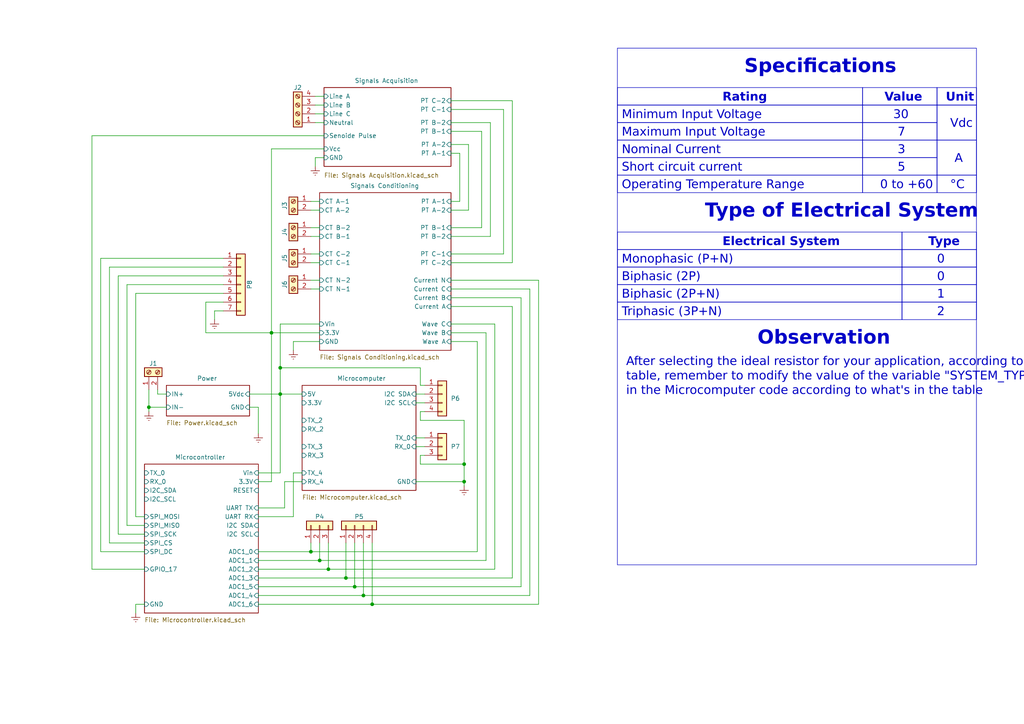
<source format=kicad_sch>
(kicad_sch (version 20230121) (generator eeschema)
  (paper "A4")
  (title_block (title "Power Vision V5.0 Schematic") (date "31/08/2024") (rev "1.0") (company "Lucas Rayan Guerra da Silva") (comment 1 "linkedin.com/in/lucasrguerra") (comment 2 "github.com/lucasrguerra/power_vision"))
  (lib_symbols
    (symbol "Connector:Screw_Terminal_01x02" (pin_names (offset 1.016) hide)
      (property "Reference" "J" (at 0 2.54 0))
      (property "Value" "Screw_Terminal_01x02" (at 0 -5.08 0))
      (symbol "Screw_Terminal_01x02_1_1"
        (rectangle (start -1.27 1.27) (end 1.27 -3.81) (stroke (width 0.254)) (fill (type background)))
        (circle (center 0 -2.54) (radius 0.635) (stroke (width 0.1524)))
        (polyline (pts (xy -0.5334 -2.2098) (xy 0.3302 -3.048)) (stroke (width 0.1524)))
        (polyline (pts (xy -0.5334 0.3302) (xy 0.3302 -0.508)) (stroke (width 0.1524)))
        (polyline (pts (xy -0.3556 -2.032) (xy 0.508 -2.8702)) (stroke (width 0.1524)))
        (polyline (pts (xy -0.3556 0.508) (xy 0.508 -0.3302)) (stroke (width 0.1524)))
        (circle (center 0 0) (radius 0.635) (stroke (width 0.1524)))
        (pin passive line (at -5.08 0 0) (length 3.81) (name "Pin_1") (number "1"))
        (pin passive line (at -5.08 -2.54 0) (length 3.81) (name "Pin_2") (number "2"))
      )
    )
    (symbol "Connector:Screw_Terminal_01x04" (pin_names (offset 1.016) hide)
      (property "Reference" "J" (at 0 5.08 0))
      (property "Value" "Screw_Terminal_01x04" (at 0 -7.62 0))
      (symbol "Screw_Terminal_01x04_1_1"
        (rectangle (start -1.27 3.81) (end 1.27 -6.35) (stroke (width 0.254)) (fill (type background)))
        (circle (center 0 -5.08) (radius 0.635) (stroke (width 0.1524)))
        (circle (center 0 -2.54) (radius 0.635) (stroke (width 0.1524)))
        (polyline (pts (xy -0.5334 -4.7498) (xy 0.3302 -5.588)) (stroke (width 0.1524)))
        (polyline (pts (xy -0.5334 -2.2098) (xy 0.3302 -3.048)) (stroke (width 0.1524)))
        (polyline (pts (xy -0.5334 0.3302) (xy 0.3302 -0.508)) (stroke (width 0.1524)))
        (polyline (pts (xy -0.5334 2.8702) (xy 0.3302 2.032)) (stroke (width 0.1524)))
        (polyline (pts (xy -0.3556 -4.572) (xy 0.508 -5.4102)) (stroke (width 0.1524)))
        (polyline (pts (xy -0.3556 -2.032) (xy 0.508 -2.8702)) (stroke (width 0.1524)))
        (polyline (pts (xy -0.3556 0.508) (xy 0.508 -0.3302)) (stroke (width 0.1524)))
        (polyline (pts (xy -0.3556 3.048) (xy 0.508 2.2098)) (stroke (width 0.1524)))
        (circle (center 0 0) (radius 0.635) (stroke (width 0.1524)))
        (circle (center 0 2.54) (radius 0.635) (stroke (width 0.1524)))
        (pin passive line (at -5.08 2.54 0) (length 3.81) (name "Pin_1") (number "1"))
        (pin passive line (at -5.08 0 0) (length 3.81) (name "Pin_2") (number "2"))
        (pin passive line (at -5.08 -2.54 0) (length 3.81) (name "Pin_3") (number "3"))
        (pin passive line (at -5.08 -5.08 0) (length 3.81) (name "Pin_4") (number "4"))
      )
    )
    (symbol "Connector_Generic:Conn_01x03" (pin_names (offset 1.016) hide)
      (property "Reference" "J" (at 0 5.08 0))
      (property "Value" "Conn_01x03" (at 0 -5.08 0))
      (symbol "Conn_01x03_1_1"
        (rectangle (start -1.27 -2.413) (end 0 -2.667) (stroke (width 0.1524)))
        (rectangle (start -1.27 0.127) (end 0 -0.127) (stroke (width 0.1524)))
        (rectangle (start -1.27 2.667) (end 0 2.413) (stroke (width 0.1524)))
        (rectangle (start -1.27 3.81) (end 1.27 -3.81) (stroke (width 0.254)) (fill (type background)))
        (pin passive line (at -5.08 2.54 0) (length 3.81) (name "Pin_1") (number "1"))
        (pin passive line (at -5.08 0 0) (length 3.81) (name "Pin_2") (number "2"))
        (pin passive line (at -5.08 -2.54 0) (length 3.81) (name "Pin_3") (number "3"))
      )
    )
    (symbol "Connector_Generic:Conn_01x04" (pin_names (offset 1.016) hide)
      (property "Reference" "J" (at 0 5.08 0))
      (property "Value" "Conn_01x04" (at 0 -7.62 0))
      (symbol "Conn_01x04_1_1"
        (rectangle (start -1.27 -4.953) (end 0 -5.207) (stroke (width 0.1524)))
        (rectangle (start -1.27 -2.413) (end 0 -2.667) (stroke (width 0.1524)))
        (rectangle (start -1.27 0.127) (end 0 -0.127) (stroke (width 0.1524)))
        (rectangle (start -1.27 2.667) (end 0 2.413) (stroke (width 0.1524)))
        (rectangle (start -1.27 3.81) (end 1.27 -6.35) (stroke (width 0.254)) (fill (type background)))
        (pin passive line (at -5.08 2.54 0) (length 3.81) (name "Pin_1") (number "1"))
        (pin passive line (at -5.08 0 0) (length 3.81) (name "Pin_2") (number "2"))
        (pin passive line (at -5.08 -2.54 0) (length 3.81) (name "Pin_3") (number "3"))
        (pin passive line (at -5.08 -5.08 0) (length 3.81) (name "Pin_4") (number "4"))
      )
    )
    (symbol "Connector_Generic:Conn_01x07" (pin_names (offset 1.016) hide)
      (property "Reference" "J" (at 0 10.16 0))
      (property "Value" "Conn_01x07" (at 0 -10.16 0))
      (symbol "Conn_01x07_1_1"
        (rectangle (start -1.27 -7.493) (end 0 -7.747) (stroke (width 0.1524)))
        (rectangle (start -1.27 -4.953) (end 0 -5.207) (stroke (width 0.1524)))
        (rectangle (start -1.27 -2.413) (end 0 -2.667) (stroke (width 0.1524)))
        (rectangle (start -1.27 0.127) (end 0 -0.127) (stroke (width 0.1524)))
        (rectangle (start -1.27 2.667) (end 0 2.413) (stroke (width 0.1524)))
        (rectangle (start -1.27 5.207) (end 0 4.953) (stroke (width 0.1524)))
        (rectangle (start -1.27 7.747) (end 0 7.493) (stroke (width 0.1524)))
        (rectangle (start -1.27 8.89) (end 1.27 -8.89) (stroke (width 0.254)) (fill (type background)))
        (pin passive line (at -5.08 7.62 0) (length 3.81) (name "Pin_1") (number "1"))
        (pin passive line (at -5.08 5.08 0) (length 3.81) (name "Pin_2") (number "2"))
        (pin passive line (at -5.08 2.54 0) (length 3.81) (name "Pin_3") (number "3"))
        (pin passive line (at -5.08 0 0) (length 3.81) (name "Pin_4") (number "4"))
        (pin passive line (at -5.08 -2.54 0) (length 3.81) (name "Pin_5") (number "5"))
        (pin passive line (at -5.08 -5.08 0) (length 3.81) (name "Pin_6") (number "6"))
        (pin passive line (at -5.08 -7.62 0) (length 3.81) (name "Pin_7") (number "7"))
      )
    )
    (symbol "power:Earth" (power) (pin_names (offset 0))
      (symbol "Earth_0_1"
        (polyline (pts (xy -0.635 -1.905) (xy 0.635 -1.905)))
        (polyline (pts (xy -0.127 -2.54) (xy 0.127 -2.54)))
        (polyline (pts (xy 0 -1.27) (xy 0 0)))
        (polyline (pts (xy 1.27 -1.27) (xy -1.27 -1.27)))
      )
      (symbol "Earth_1_1"
        (pin power_in line (at 0 0 270) (length 0) hide (name "Earth") (number "1"))
      )
    )
  )
  (junction (at 95.25 165.1))
  (junction (at 81.28 114.3))
  (junction (at 102.87 170.18))
  (junction (at 107.95 175.26))
  (junction (at 90.17 160.02))
  (junction (at 134.62 139.7))
  (junction (at 100.33 167.64))
  (junction (at 105.41 172.72))
  (junction (at 92.71 162.56))
  (junction (at 81.28 106.68))
  (junction (at 78.74 96.52))
  (junction (at 43.18 118.11))
  (junction (at 134.62 134.62))
  (wire (pts (xy 100.33 157.48) (xy 100.33 167.64)))
  (wire (pts (xy 146.05 31.75) (xy 146.05 73.66)))
  (wire (pts (xy 151.13 86.36) (xy 130.81 86.36)))
  (wire (pts (xy 43.18 118.11) (xy 48.26 118.11)))
  (wire (pts (xy 130.81 96.52) (xy 140.97 96.52)))
  (wire (pts (xy 134.62 139.7) (xy 134.62 134.62)))
  (wire (pts (xy 90.17 58.42) (xy 92.71 58.42)))
  (wire (pts (xy 72.39 114.3) (xy 81.28 114.3)))
  (wire (pts (xy 148.59 76.2) (xy 130.81 76.2)))
  (wire (pts (xy 130.81 68.58) (xy 142.24 68.58)))
  (wire (pts (xy 153.67 83.82) (xy 130.81 83.82)))
  (wire (pts (xy 74.93 165.1) (xy 95.25 165.1)))
  (wire (pts (xy 100.33 167.64) (xy 74.93 167.64)))
  (wire (pts (xy 135.89 41.91) (xy 135.89 60.96)))
  (wire (pts (xy 142.24 35.56) (xy 130.81 35.56)))
  (wire (pts (xy 130.81 29.21) (xy 148.59 29.21)))
  (wire (pts (xy 81.28 114.3) (xy 87.63 114.3)))
  (wire (pts (xy 78.74 43.18) (xy 78.74 96.52)))
  (wire (pts (xy 91.44 33.02) (xy 93.98 33.02)))
  (wire (pts (xy 74.93 137.16) (xy 81.28 137.16)))
  (wire (pts (xy 85.09 137.16) (xy 85.09 149.86)))
  (wire (pts (xy 92.71 162.56) (xy 74.93 162.56)))
  (wire (pts (xy 138.43 99.06) (xy 138.43 160.02)))
  (wire (pts (xy 134.62 134.62) (xy 134.62 121.92)))
  (wire (pts (xy 90.17 66.04) (xy 92.71 66.04)))
  (wire (pts (xy 29.21 160.02) (xy 41.91 160.02)))
  (wire (pts (xy 105.41 157.48) (xy 105.41 172.72)))
  (wire (pts (xy 45.72 114.3) (xy 48.26 114.3)))
  (wire (pts (xy 82.55 147.32) (xy 82.55 139.7)))
  (wire (pts (xy 91.44 45.72) (xy 93.98 45.72)))
  (wire (pts (xy 102.87 157.48) (xy 102.87 170.18)))
  (wire (pts (xy 93.98 43.18) (xy 78.74 43.18)))
  (wire (pts (xy 74.93 170.18) (xy 102.87 170.18)))
  (wire (pts (xy 130.81 93.98) (xy 143.51 93.98)))
  (wire (pts (xy 92.71 162.56) (xy 140.97 162.56)))
  (wire (pts (xy 90.17 60.96) (xy 92.71 60.96)))
  (wire (pts (xy 120.65 127) (xy 123.19 127)))
  (wire (pts (xy 135.89 60.96) (xy 130.81 60.96)))
  (wire (pts (xy 81.28 114.3) (xy 81.28 137.16)))
  (wire (pts (xy 85.09 149.86) (xy 74.93 149.86)))
  (wire (pts (xy 85.09 99.06) (xy 92.71 99.06)))
  (wire (pts (xy 82.55 139.7) (xy 87.63 139.7)))
  (wire (pts (xy 72.39 118.11) (xy 74.93 118.11)))
  (wire (pts (xy 130.81 44.45) (xy 133.35 44.45)))
  (wire (pts (xy 74.93 172.72) (xy 105.41 172.72)))
  (wire (pts (xy 26.67 165.1) (xy 41.91 165.1)))
  (wire (pts (xy 64.77 87.63) (xy 59.69 87.63)))
  (wire (pts (xy 34.29 80.01) (xy 34.29 154.94)))
  (wire (pts (xy 102.87 170.18) (xy 151.13 170.18)))
  (wire (pts (xy 130.81 38.1) (xy 139.7 38.1)))
  (wire (pts (xy 107.95 157.48) (xy 107.95 175.26)))
  (wire (pts (xy 134.62 139.7) (xy 134.62 140.97)))
  (wire (pts (xy 39.37 175.26) (xy 41.91 175.26)))
  (wire (pts (xy 41.91 152.4) (xy 36.83 152.4)))
  (wire (pts (xy 41.91 157.48) (xy 31.75 157.48)))
  (wire (pts (xy 146.05 73.66) (xy 130.81 73.66)))
  (wire (pts (xy 100.33 167.64) (xy 148.59 167.64)))
  (wire (pts (xy 45.72 114.3) (xy 45.72 113.03)))
  (wire (pts (xy 121.92 121.92) (xy 121.92 119.38)))
  (wire (pts (xy 121.92 134.62) (xy 134.62 134.62)))
  (wire (pts (xy 81.28 93.98) (xy 92.71 93.98)))
  (wire (pts (xy 59.69 87.63) (xy 59.69 96.52)))
  (wire (pts (xy 120.65 139.7) (xy 134.62 139.7)))
  (wire (pts (xy 156.21 81.28) (xy 156.21 175.26)))
  (wire (pts (xy 59.69 96.52) (xy 78.74 96.52)))
  (wire (pts (xy 87.63 137.16) (xy 85.09 137.16)))
  (wire (pts (xy 74.93 118.11) (xy 74.93 125.73)))
  (wire (pts (xy 153.67 83.82) (xy 153.67 172.72)))
  (wire (pts (xy 121.92 119.38) (xy 123.19 119.38)))
  (wire (pts (xy 26.67 39.37) (xy 26.67 165.1)))
  (wire (pts (xy 121.92 132.08) (xy 121.92 134.62)))
  (wire (pts (xy 31.75 77.47) (xy 31.75 157.48)))
  (wire (pts (xy 140.97 96.52) (xy 140.97 162.56)))
  (wire (pts (xy 29.21 74.93) (xy 64.77 74.93)))
  (wire (pts (xy 95.25 157.48) (xy 95.25 165.1)))
  (wire (pts (xy 43.18 113.03) (xy 43.18 118.11)))
  (wire (pts (xy 105.41 172.72) (xy 153.67 172.72)))
  (wire (pts (xy 36.83 82.55) (xy 64.77 82.55)))
  (wire (pts (xy 81.28 106.68) (xy 81.28 114.3)))
  (wire (pts (xy 74.93 147.32) (xy 82.55 147.32)))
  (wire (pts (xy 92.71 157.48) (xy 92.71 162.56)))
  (wire (pts (xy 91.44 48.26) (xy 91.44 45.72)))
  (wire (pts (xy 143.51 165.1) (xy 143.51 93.98)))
  (wire (pts (xy 130.81 88.9) (xy 148.59 88.9)))
  (wire (pts (xy 90.17 73.66) (xy 92.71 73.66)))
  (wire (pts (xy 121.92 111.76) (xy 121.92 106.68)))
  (wire (pts (xy 90.17 68.58) (xy 92.71 68.58)))
  (wire (pts (xy 95.25 165.1) (xy 143.51 165.1)))
  (wire (pts (xy 43.18 118.11) (xy 43.18 119.38)))
  (wire (pts (xy 36.83 82.55) (xy 36.83 152.4)))
  (wire (pts (xy 91.44 35.56) (xy 93.98 35.56)))
  (wire (pts (xy 148.59 29.21) (xy 148.59 76.2)))
  (wire (pts (xy 133.35 44.45) (xy 133.35 58.42)))
  (wire (pts (xy 31.75 77.47) (xy 64.77 77.47)))
  (wire (pts (xy 90.17 157.48) (xy 90.17 160.02)))
  (wire (pts (xy 121.92 106.68) (xy 81.28 106.68)))
  (wire (pts (xy 62.23 90.17) (xy 62.23 92.71)))
  (wire (pts (xy 123.19 132.08) (xy 121.92 132.08)))
  (wire (pts (xy 90.17 83.82) (xy 92.71 83.82)))
  (wire (pts (xy 120.65 116.84) (xy 123.19 116.84)))
  (wire (pts (xy 130.81 81.28) (xy 156.21 81.28)))
  (wire (pts (xy 34.29 80.01) (xy 64.77 80.01)))
  (wire (pts (xy 90.17 81.28) (xy 92.71 81.28)))
  (wire (pts (xy 139.7 66.04) (xy 130.81 66.04)))
  (wire (pts (xy 120.65 114.3) (xy 123.19 114.3)))
  (wire (pts (xy 93.98 39.37) (xy 26.67 39.37)))
  (wire (pts (xy 74.93 175.26) (xy 107.95 175.26)))
  (wire (pts (xy 91.44 30.48) (xy 93.98 30.48)))
  (wire (pts (xy 29.21 74.93) (xy 29.21 160.02)))
  (wire (pts (xy 39.37 85.09) (xy 39.37 149.86)))
  (wire (pts (xy 62.23 90.17) (xy 64.77 90.17)))
  (wire (pts (xy 90.17 76.2) (xy 92.71 76.2)))
  (wire (pts (xy 130.81 99.06) (xy 138.43 99.06)))
  (wire (pts (xy 41.91 149.86) (xy 39.37 149.86)))
  (wire (pts (xy 85.09 101.6) (xy 85.09 99.06)))
  (wire (pts (xy 151.13 86.36) (xy 151.13 170.18)))
  (wire (pts (xy 78.74 139.7) (xy 74.93 139.7)))
  (wire (pts (xy 123.19 111.76) (xy 121.92 111.76)))
  (wire (pts (xy 74.93 160.02) (xy 90.17 160.02)))
  (wire (pts (xy 39.37 85.09) (xy 64.77 85.09)))
  (wire (pts (xy 91.44 27.94) (xy 93.98 27.94)))
  (wire (pts (xy 148.59 88.9) (xy 148.59 167.64)))
  (wire (pts (xy 134.62 121.92) (xy 121.92 121.92)))
  (wire (pts (xy 78.74 96.52) (xy 78.74 139.7)))
  (wire (pts (xy 41.91 154.94) (xy 34.29 154.94)))
  (wire (pts (xy 120.65 129.54) (xy 123.19 129.54)))
  (wire (pts (xy 130.81 41.91) (xy 135.89 41.91)))
  (wire (pts (xy 107.95 175.26) (xy 156.21 175.26)))
  (wire (pts (xy 130.81 31.75) (xy 146.05 31.75)))
  (wire (pts (xy 90.17 160.02) (xy 138.43 160.02)))
  (wire (pts (xy 139.7 38.1) (xy 139.7 66.04)))
  (wire (pts (xy 142.24 68.58) (xy 142.24 35.56)))
  (wire (pts (xy 81.28 106.68) (xy 81.28 93.98)))
  (wire (pts (xy 39.37 177.8) (xy 39.37 175.26)))
  (wire (pts (xy 92.71 96.52) (xy 78.74 96.52)))
  (wire (pts (xy 133.35 58.42) (xy 130.81 58.42)))
  (rectangle (start 179.07 40.64) (end 250.19 45.72))
  (rectangle (start 271.78 50.8) (end 283.21 55.88))
  (rectangle (start 179.07 50.8) (end 250.19 55.88))
  (rectangle (start 179.07 45.72) (end 250.19 50.8))
  (rectangle (start 179.07 13.97) (end 283.21 163.83))
  (rectangle (start 250.19 50.8) (end 271.78 55.88))
  (rectangle (start 261.62 67.31) (end 283.21 72.39))
  (rectangle (start 261.62 72.39) (end 283.21 77.47))
  (rectangle (start 250.19 30.48) (end 271.78 35.56))
  (rectangle (start 250.19 35.56) (end 271.78 40.64))
  (rectangle (start 179.07 77.47) (end 261.62 82.55))
  (rectangle (start 271.78 25.4) (end 283.21 30.48))
  (rectangle (start 179.07 35.56) (end 250.19 40.64))
  (rectangle (start 250.19 40.64) (end 271.78 45.72))
  (rectangle (start 250.19 45.72) (end 271.78 50.8))
  (rectangle (start 250.19 25.4) (end 271.78 30.48))
  (rectangle (start 179.07 82.55) (end 261.62 87.63))
  (rectangle (start 179.07 25.4) (end 250.19 30.48))
  (rectangle (start 261.62 82.55) (end 283.21 87.63))
  (rectangle (start 261.62 87.63) (end 283.21 92.71))
  (rectangle (start 179.07 72.39) (end 261.62 77.47))
  (rectangle (start 271.78 40.64) (end 283.21 50.8))
  (rectangle (start 271.78 30.48) (end 283.21 40.64))
  (rectangle (start 179.07 30.48) (end 250.19 35.56))
  (rectangle (start 179.07 87.63) (end 261.62 92.71))
  (rectangle (start 179.07 67.31) (end 261.62 72.39))
  (rectangle (start 261.62 77.47) (end 283.21 82.55))
  (text "Observation" (at 219.71 101.6 0) (effects (font (size 4 4) (thickness 0.254) bold) (justify left bottom)))
  (text "0 to +60" (at 255.27 55.88 0) (effects (font (size 2.5 2.5)) (justify left bottom)))
  (text "After selecting the ideal resistor for your application, according to the\ntable, remember to modify the value of the variable \"SYSTEM_TYPE\"\nin the Microcomputer code according to what's in the table" (at 181.61 115.57 0) (effects (font (size 2.5 2.5)) (justify left bottom)))
  (text "Biphasic (2P+N)" (at 180.34 87.63 0) (effects (font (size 2.5 2.5)) (justify left bottom)))
  (text "Specifications" (at 215.9 22.86 0) (effects (font (size 4 4) (thickness 0.254) bold) (justify left bottom)))
  (text "Vdc" (at 275.59 38.1 0) (effects (font (size 2.5 2.5)) (justify left bottom)))
  (text "Value" (at 256.54 30.48 0) (effects (font (size 2.5 2.5) (thickness 0.6) bold) (justify left bottom)))
  (text "Maximum Input Voltage" (at 180.34 40.64 0) (effects (font (size 2.5 2.5)) (justify left bottom)))
  (text "Biphasic (2P)" (at 180.34 82.55 0) (effects (font (size 2.5 2.5)) (justify left bottom)))
  (text "Minimum Input Voltage" (at 180.34 35.56 0) (effects (font (size 2.5 2.5)) (justify left bottom)))
  (text "Nominal Current" (at 180.34 45.72 0) (effects (font (size 2.5 2.5)) (justify left bottom)))
  (text "0" (at 271.78 82.55 0) (effects (font (size 2.5 2.5)) (justify left bottom)))
  (text "Type" (at 269.24 72.39 0) (effects (font (size 2.5 2.5) (thickness 0.6) bold) (justify left bottom)))
  (text "5" (at 260.35 50.8 0) (effects (font (size 2.5 2.5)) (justify left bottom)))
  (text "Type of Electrical System" (at 204.47 64.77 0) (effects (font (size 4 4) (thickness 0.254) bold) (justify left bottom)))
  (text "A\n" (at 276.86 48.26 0) (effects (font (size 2.5 2.5)) (justify left bottom)))
  (text "7" (at 260.35 40.64 0) (effects (font (size 2.5 2.5)) (justify left bottom)))
  (text "Monophasic (P+N)" (at 180.34 77.47 0) (effects (font (size 2.5 2.5)) (justify left bottom)))
  (text "3" (at 260.35 45.72 0) (effects (font (size 2.5 2.5)) (justify left bottom)))
  (text "Triphasic (3P+N)" (at 180.34 92.71 0) (effects (font (size 2.5 2.5)) (justify left bottom)))
  (text "Electrical System" (at 209.55 72.39 0) (effects (font (size 2.5 2.5) (thickness 0.6) bold) (justify left bottom)))
  (text "1" (at 271.78 87.63 0) (effects (font (size 2.5 2.5)) (justify left bottom)))
  (text "0" (at 271.78 77.47 0) (effects (font (size 2.5 2.5)) (justify left bottom)))
  (text "30" (at 259.08 35.56 0) (effects (font (size 2.5 2.5)) (justify left bottom)))
  (text "°C" (at 275.59 55.88 0) (effects (font (size 2.5 2.5)) (justify left bottom)))
  (text "Unit" (at 274.32 30.48 0) (effects (font (size 2.5 2.5) (thickness 0.6) bold) (justify left bottom)))
  (text "Short circuit current" (at 180.34 50.8 0) (effects (font (size 2.5 2.5)) (justify left bottom)))
  (text "Rating" (at 209.55 30.48 0) (effects (font (size 2.5 2.5) (thickness 0.6) bold) (justify left bottom)))
  (text "Operating Temperature Range" (at 180.34 55.88 0) (effects (font (size 2.5 2.5)) (justify left bottom)))
  (text "2" (at 271.78 92.71 0) (effects (font (size 2.5 2.5)) (justify left bottom)))
  (symbol (lib_id "Connector:Screw_Terminal_01x04") (at 86.36 33.02 180) (unit 1)
    (property "Reference" "J2" (at 86.36 25.4 0))
    (property "Value" "Screw_Terminal_01x04" (effects hide))
  )
  (symbol (lib_id "Connector:Screw_Terminal_01x02") (at 85.09 58.42 0) (mirror y) (unit 1)
    (property "Reference" "J3" (at 82.55 59.69 90))
    (property "Value" "Screw_Terminal_01x02" (effects hide))
    (property "Footprint" "TerminalBlock:TerminalBlock_bornier-2_P5.08mm" (effects hide))
  )
  (symbol (lib_id "Connector_Generic:Conn_01x04") (at 128.27 114.3 0) (unit 1)
    (property "Reference" "P6" (at 132.08 115.57 0))
    (property "Value" "Pin Header" (effects hide))
    (property "Footprint" "Connector_PinHeader_2.54mm:PinHeader_1x04_P2.54mm_Vertical" (effects hide))
  )
  (symbol (lib_id "Connector_Generic:Conn_01x04") (at 102.87 152.4 90) (unit 1)
    (property "Reference" "P5" (at 104.14 149.86 90))
    (property "Value" "Pin Header" (effects hide))
    (property "Footprint" "Connector_PinHeader_2.54mm:PinHeader_1x04_P2.54mm_Vertical" (effects hide))
  )
  (symbol (lib_id "Connector_Generic:Conn_01x03") (at 128.27 129.54 0) (unit 1)
    (property "Reference" "P7" (at 132.08 129.54 0))
    (property "Value" "Pin Header" (effects hide))
    (property "Footprint" "Connector_PinHeader_2.54mm:PinHeader_1x03_P2.54mm_Vertical" (effects hide))
  )
  (symbol (lib_id "power:Earth") (at 74.93 125.73 0) (unit 1)
    (property "Reference" "#PWR014" (effects hide))
    (property "Value" "Earth" (effects hide))
  )
  (symbol (lib_id "Connector:Screw_Terminal_01x02") (at 85.09 66.04 0) (mirror y) (unit 1)
    (property "Reference" "J4" (at 82.55 67.31 90))
    (property "Value" "Screw_Terminal_01x02" (effects hide))
    (property "Footprint" "TerminalBlock:TerminalBlock_bornier-2_P5.08mm" (effects hide))
  )
  (symbol (lib_id "power:Earth") (at 43.18 119.38 0) (unit 1)
    (property "Reference" "#PWR01" (effects hide))
    (property "Value" "Earth" (effects hide))
  )
  (symbol (lib_id "power:Earth") (at 85.09 101.6 0) (unit 1)
    (property "Reference" "#PWR029" (effects hide))
    (property "Value" "Earth" (effects hide))
  )
  (symbol (lib_id "Connector:Screw_Terminal_01x02") (at 43.18 107.95 90) (unit 1)
    (property "Reference" "J1" (at 44.45 105.41 90))
    (property "Value" "Screw_Terminal_01x02" (effects hide))
    (property "Footprint" "TerminalBlock:TerminalBlock_bornier-2_P5.08mm" (effects hide))
  )
  (symbol (lib_id "power:Earth") (at 91.44 48.26 0) (unit 1)
    (property "Reference" "#PWR03" (effects hide))
    (property "Value" "Earth" (effects hide))
  )
  (symbol (lib_id "Connector_Generic:Conn_01x03") (at 92.71 152.4 90) (unit 1)
    (property "Reference" "P4" (at 92.71 149.86 90))
    (property "Value" "Pin Header" (effects hide))
    (property "Footprint" "Connector_PinHeader_2.54mm:PinHeader_1x03_P2.54mm_Vertical" (effects hide))
  )
  (symbol (lib_id "Connector:Screw_Terminal_01x02") (at 85.09 73.66 0) (mirror y) (unit 1)
    (property "Reference" "J5" (at 82.55 74.93 90))
    (property "Value" "Screw_Terminal_01x02" (effects hide))
    (property "Footprint" "TerminalBlock:TerminalBlock_bornier-2_P5.08mm" (effects hide))
  )
  (symbol (lib_id "Connector_Generic:Conn_01x07") (at 69.85 82.55 0) (unit 1)
    (property "Reference" "P8" (at 72.39 82.55 90))
    (property "Value" "Conn_01x07" (effects hide))
    (property "Footprint" "Connector_PinHeader_2.54mm:PinHeader_1x07_P2.54mm_Vertical" (effects hide))
  )
  (symbol (lib_id "power:Earth") (at 62.23 92.71 0) (unit 1)
    (property "Reference" "#PWR016" (effects hide))
    (property "Value" "Earth" (effects hide))
  )
  (symbol (lib_id "Connector:Screw_Terminal_01x02") (at 85.09 81.28 0) (mirror y) (unit 1)
    (property "Reference" "J6" (at 82.55 82.55 90))
    (property "Value" "Screw_Terminal_01x02" (effects hide))
    (property "Footprint" "TerminalBlock:TerminalBlock_bornier-2_P5.08mm" (effects hide))
  )
  (symbol (lib_id "power:Earth") (at 39.37 177.8 0) (unit 1)
    (property "Reference" "#PWR031" (effects hide))
    (property "Value" "Earth" (effects hide))
  )
  (symbol (lib_id "power:Earth") (at 134.62 140.97 0) (unit 1)
    (property "Reference" "#PWR015" (effects hide))
    (property "Value" "Earth" (effects hide))
  )
  (sheet (at 41.91 134.62) (size 33.02 43.18) (stroke (width 0.1524))
    (property "Sheetname" "Microcontroller" (at 50.8 133.35 0) (effects (justify left bottom)))
    (property "Sheetfile" "Microcontroller.kicad_sch" (at 41.91 179.07 0) (effects (justify left top)))
    (pin "ADC1_6" input (at 74.93 175.26 0))
    (pin "ADC1_4" input (at 74.93 172.72 0))
    (pin "ADC1_3" input (at 74.93 167.64 0))
    (pin "ADC1_5" input (at 74.93 170.18 0))
    (pin "RESET" input (at 74.93 142.24 0))
    (pin "3.3V" input (at 74.93 139.7 0))
    (pin "I2C_SDA" input (at 41.91 142.24 180))
    (pin "I2C_SCL" input (at 41.91 144.78 180))
    (pin "SPI_CS" input (at 41.91 157.48 180))
    (pin "SPI_DC" input (at 41.91 160.02 180))
    (pin "Vin" input (at 74.93 137.16 0))
    (pin "GND" input (at 41.91 175.26 180))
    (pin "SPI_SCK" input (at 41.91 154.94 180))
    (pin "SPI_MISO" input (at 41.91 152.4 180))
    (pin "SPI_MOSI" input (at 41.91 149.86 180))
    (pin "RX_0" input (at 41.91 139.7 180))
    (pin "ADC1_0" input (at 74.93 160.02 0))
    (pin "ADC1_1" input (at 74.93 162.56 0))
    (pin "TX_0" input (at 41.91 137.16 180))
    (pin "UART RX" input (at 74.93 149.86 0))
    (pin "I2C SDA" input (at 74.93 152.4 0))
    (pin "I2C SCL" input (at 74.93 154.94 0))
    (pin "UART TX" input (at 74.93 147.32 0))
    (pin "ADC1_2" input (at 74.93 165.1 0))
    (pin "GPIO_17" input (at 41.91 165.1 180))
  )
  (sheet (at 92.71 55.88) (size 38.1 45.72) (stroke (width 0.1524))
    (property "Sheetname" "Signals Conditioning" (at 101.6 54.61 0) (effects (justify left bottom)))
    (property "Sheetfile" "Signals Conditioning.kicad_sch" (at 92.71 102.87 0) (effects (justify left top)))
    (pin "3.3V" input (at 92.71 96.52 180))
    (pin "PT A-2" input (at 130.81 60.96 0))
    (pin "PT A-1" input (at 130.81 58.42 0))
    (pin "PT B-1" input (at 130.81 66.04 0))
    (pin "PT B-2" input (at 130.81 68.58 0))
    (pin "PT C-1" input (at 130.81 73.66 0))
    (pin "CT A-1" input (at 92.71 58.42 180))
    (pin "CT A-2" input (at 92.71 60.96 180))
    (pin "PT C-2" input (at 130.81 76.2 0))
    (pin "CT B-2" input (at 92.71 66.04 180))
    (pin "CT B-1" input (at 92.71 68.58 180))
    (pin "Vin" input (at 92.71 93.98 180))
    (pin "Current B" input (at 130.81 86.36 0))
    (pin "Current A" input (at 130.81 88.9 0))
    (pin "Current N" input (at 130.81 81.28 0))
    (pin "Current C" input (at 130.81 83.82 0))
    (pin "Wave C" input (at 130.81 93.98 0))
    (pin "CT C-2" input (at 92.71 73.66 180))
    (pin "CT C-1" input (at 92.71 76.2 180))
    (pin "CT N-1" input (at 92.71 83.82 180))
    (pin "CT N-2" input (at 92.71 81.28 180))
    (pin "Wave B" input (at 130.81 96.52 0))
    (pin "Wave A" input (at 130.81 99.06 0))
    (pin "GND" input (at 92.71 99.06 180))
  )
  (sheet (at 93.98 25.4) (size 36.83 22.86) (stroke (width 0.1524))
    (property "Sheetname" "Signals Acquisition" (at 102.87 24.13 0) (effects (justify left bottom)))
    (property "Sheetfile" "Signals Acquisition.kicad_sch" (at 93.98 50.1146 0) (effects (justify left top)))
    (pin "Line C" input (at 93.98 33.02 180))
    (pin "PT C-2" input (at 130.81 29.21 0))
    (pin "PT B-2" input (at 130.81 35.56 0))
    (pin "PT C-1" input (at 130.81 31.75 0))
    (pin "PT B-1" input (at 130.81 38.1 0))
    (pin "Line B" input (at 93.98 30.48 180))
    (pin "PT A-2" input (at 130.81 41.91 0))
    (pin "PT A-1" input (at 130.81 44.45 0))
    (pin "Vcc" input (at 93.98 43.18 180))
    (pin "Neutral" input (at 93.98 35.56 180))
    (pin "Line A" input (at 93.98 27.94 180))
    (pin "GND" input (at 93.98 45.72 180))
    (pin "Senoide Pulse" input (at 93.98 39.37 180))
  )
  (sheet (at 87.63 111.76) (size 33.02 30.48) (stroke (width 0.1524))
    (property "Sheetname" "Microcomputer" (at 97.79 110.49 0) (effects (justify left bottom)))
    (property "Sheetfile" "Microcomputer.kicad_sch" (at 87.63 143.51 0) (effects (justify left top)))
    (pin "RX_2" input (at 87.63 124.46 180))
    (pin "GND" input (at 120.65 139.7 0))
    (pin "TX_3" input (at 87.63 129.54 180))
    (pin "RX_0" input (at 120.65 129.54 0))
    (pin "RX_4" input (at 87.63 139.7 180))
    (pin "TX_0" input (at 120.65 127 0))
    (pin "5V" input (at 87.63 114.3 180))
    (pin "TX_2" input (at 87.63 121.92 180))
    (pin "I2C SCL" input (at 120.65 116.84 0))
    (pin "3.3V" input (at 87.63 116.84 180))
    (pin "I2C SDA" input (at 120.65 114.3 0))
    (pin "TX_4" input (at 87.63 137.16 180))
    (pin "RX_3" input (at 87.63 132.08 180))
  )
  (sheet (at 48.26 111.76) (size 24.13 8.89) (stroke (width 0.1524))
    (property "Sheetname" "Power" (at 57.15 110.49 0) (effects (justify left bottom)))
    (property "Sheetfile" "Power.kicad_sch" (at 48.26 121.92 0) (effects (justify left top)))
    (pin "GND" input (at 72.39 118.11 0))
    (pin "5Vdc" input (at 72.39 114.3 0))
    (pin "IN-" input (at 48.26 118.11 180))
    (pin "IN+" input (at 48.26 114.3 180))
  )
)
</source>
